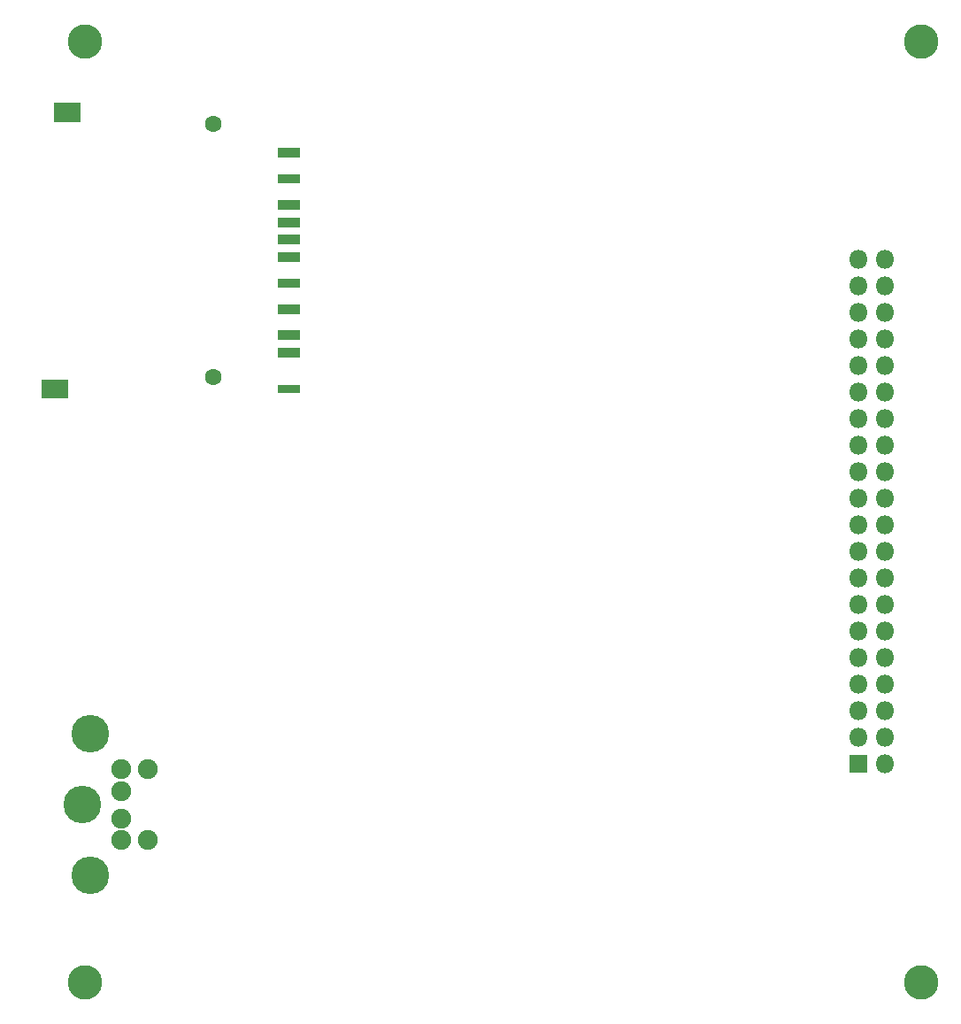
<source format=gbr>
%TF.GenerationSoftware,KiCad,Pcbnew,(5.1.6-0-10_14)*%
%TF.CreationDate,2021-02-13T08:29:22+01:00*%
%TF.ProjectId,vario,76617269-6f2e-46b6-9963-61645f706362,1*%
%TF.SameCoordinates,Original*%
%TF.FileFunction,Soldermask,Bot*%
%TF.FilePolarity,Negative*%
%FSLAX46Y46*%
G04 Gerber Fmt 4.6, Leading zero omitted, Abs format (unit mm)*
G04 Created by KiCad (PCBNEW (5.1.6-0-10_14)) date 2021-02-13 08:29:22*
%MOMM*%
%LPD*%
G01*
G04 APERTURE LIST*
%ADD10C,1.900000*%
%ADD11C,3.600000*%
%ADD12C,1.600000*%
%ADD13O,1.800000X1.800000*%
%ADD14R,1.800000X1.800000*%
%ADD15C,3.300000*%
G04 APERTURE END LIST*
D10*
%TO.C,J3*%
X111000000Y-124600000D03*
X111000000Y-131400000D03*
X108500000Y-131400000D03*
X108500000Y-124600000D03*
X108500000Y-129300000D03*
X108500000Y-126700000D03*
D11*
X104700000Y-128000000D03*
X105500000Y-121250000D03*
X105500000Y-134750000D03*
%TD*%
%TO.C,J2*%
G36*
G01*
X104550000Y-62750000D02*
X102050000Y-62750000D01*
X102050000Y-60850000D01*
X104550000Y-60850000D01*
X104550000Y-62750000D01*
G37*
G36*
G01*
X103350000Y-89150000D02*
X100850000Y-89150000D01*
X100850000Y-87350000D01*
X103350000Y-87350000D01*
X103350000Y-89150000D01*
G37*
D12*
X117300000Y-62900000D03*
X117300000Y-87100000D03*
G36*
G01*
X125550000Y-88640000D02*
X123450000Y-88640000D01*
X123450000Y-87840000D01*
X125550000Y-87840000D01*
X125550000Y-88640000D01*
G37*
G36*
G01*
X125550000Y-85200000D02*
X123450000Y-85200000D01*
X123450000Y-84300000D01*
X125550000Y-84300000D01*
X125550000Y-85200000D01*
G37*
G36*
G01*
X125550000Y-83500000D02*
X123450000Y-83500000D01*
X123450000Y-82600000D01*
X125550000Y-82600000D01*
X125550000Y-83500000D01*
G37*
G36*
G01*
X125550000Y-81070000D02*
X123450000Y-81070000D01*
X123450000Y-80170000D01*
X125550000Y-80170000D01*
X125550000Y-81070000D01*
G37*
G36*
G01*
X125550000Y-78570000D02*
X123450000Y-78570000D01*
X123450000Y-77670000D01*
X125550000Y-77670000D01*
X125550000Y-78570000D01*
G37*
G36*
G01*
X125550000Y-76070000D02*
X123450000Y-76070000D01*
X123450000Y-75170000D01*
X125550000Y-75170000D01*
X125550000Y-76070000D01*
G37*
G36*
G01*
X125550000Y-74370000D02*
X123450000Y-74370000D01*
X123450000Y-73470000D01*
X125550000Y-73470000D01*
X125550000Y-74370000D01*
G37*
G36*
G01*
X125550000Y-72770000D02*
X123450000Y-72770000D01*
X123450000Y-71870000D01*
X125550000Y-71870000D01*
X125550000Y-72770000D01*
G37*
G36*
G01*
X125550000Y-71070000D02*
X123450000Y-71070000D01*
X123450000Y-70170000D01*
X125550000Y-70170000D01*
X125550000Y-71070000D01*
G37*
G36*
G01*
X125550000Y-68570000D02*
X123450000Y-68570000D01*
X123450000Y-67670000D01*
X125550000Y-67670000D01*
X125550000Y-68570000D01*
G37*
G36*
G01*
X125550000Y-66070000D02*
X123450000Y-66070000D01*
X123450000Y-65170000D01*
X125550000Y-65170000D01*
X125550000Y-66070000D01*
G37*
%TD*%
D13*
%TO.C,J1*%
X181540000Y-75870000D03*
X179000000Y-75870000D03*
X181540000Y-78410000D03*
X179000000Y-78410000D03*
X181540000Y-80950000D03*
X179000000Y-80950000D03*
X181540000Y-83490000D03*
X179000000Y-83490000D03*
X181540000Y-86030000D03*
X179000000Y-86030000D03*
X181540000Y-88570000D03*
X179000000Y-88570000D03*
X181540000Y-91110000D03*
X179000000Y-91110000D03*
X181540000Y-93650000D03*
X179000000Y-93650000D03*
X181540000Y-96190000D03*
X179000000Y-96190000D03*
X181540000Y-98730000D03*
X179000000Y-98730000D03*
X181540000Y-101270000D03*
X179000000Y-101270000D03*
X181540000Y-103810000D03*
X179000000Y-103810000D03*
X181540000Y-106350000D03*
X179000000Y-106350000D03*
X181540000Y-108890000D03*
X179000000Y-108890000D03*
X181540000Y-111430000D03*
X179000000Y-111430000D03*
X181540000Y-113970000D03*
X179000000Y-113970000D03*
X181540000Y-116510000D03*
X179000000Y-116510000D03*
X181540000Y-119050000D03*
X179000000Y-119050000D03*
X181540000Y-121590000D03*
X179000000Y-121590000D03*
X181540000Y-124130000D03*
D14*
X179000000Y-124130000D03*
%TD*%
D15*
%TO.C,H4*%
X105000000Y-55000000D03*
%TD*%
%TO.C,H3*%
X105000000Y-145000000D03*
%TD*%
%TO.C,H2*%
X185000000Y-145000000D03*
%TD*%
%TO.C,H1*%
X185000000Y-55000000D03*
%TD*%
M02*

</source>
